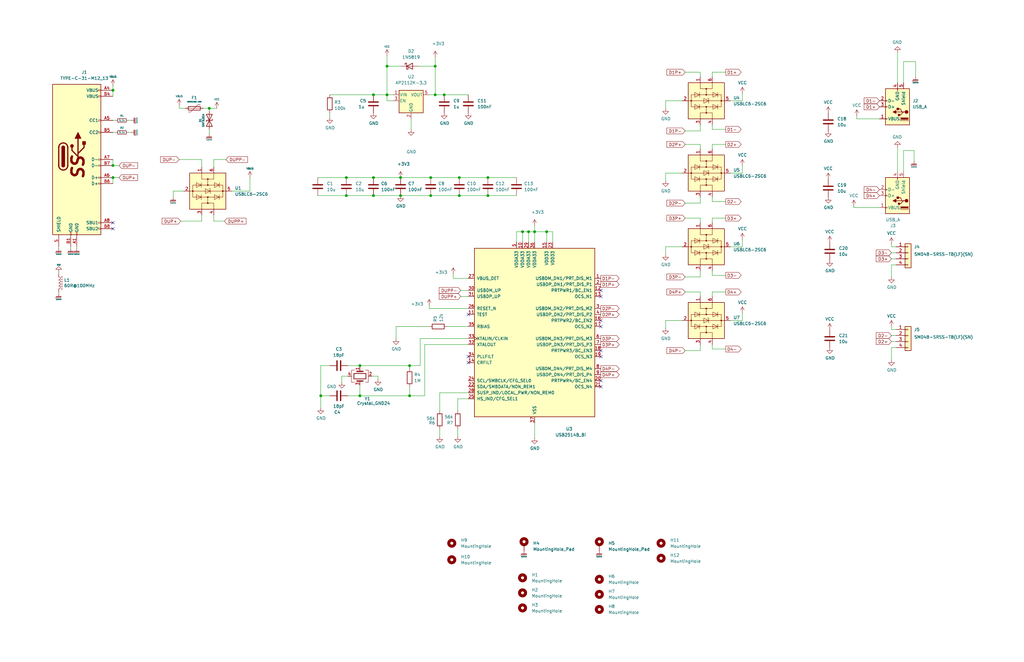
<source format=kicad_sch>
(kicad_sch (version 20210126) (generator eeschema)
  (paper "B")
  (lib_symbols
    (symbol "AcheronLib:TYPE-C-31-M12_13" (pin_names (offset 1.016))
      (property "Reference" "J" (at -1.27 35.56 0))
      (property "Value" "TYPE-C-31-M12_13" (at 10.16 33.02 0))
      (symbol "TYPE-C-31-M12_13_0_0"
        (text "SS" (at 0.508 -3.175 900) (effects (font (size 5.08 5.08) bold italic)))
      )
      (symbol "TYPE-C-31-M12_13_1_1"
        (pin power_out line (at 0 -36.83 90) (length 5.08) (name "GND") (number "A1"))
        (pin power_out line (at 15.24 29.21 180) (length 5.08) (name "VBUS") (number "A4"))
        (pin bidirectional line (at 15.24 16.51 180) (length 5.08) (name "CC1") (number "A5"))
        (pin bidirectional line (at 15.24 -7.62 180) (length 5.08) (name "D+") (number "A6"))
        (pin bidirectional line (at 15.24 0 180) (length 5.08) (name "D-") (number "A7"))
        (pin bidirectional line (at 15.24 -26.67 180) (length 5.08) (name "SBU1") (number "A8"))
        (pin power_out line (at -2.54 -36.83 90) (length 5.08) (name "GND") (number "B1"))
        (pin power_out line (at 15.24 26.67 180) (length 5.08) (name "VBUS") (number "B4"))
        (pin bidirectional line (at 15.24 11.43 180) (length 5.08) (name "CC2") (number "B5"))
        (pin bidirectional line (at 15.24 -10.16 180) (length 5.08) (name "D+") (number "B6"))
        (pin bidirectional line (at 15.24 -2.54 180) (length 5.08) (name "D-") (number "B7"))
        (pin bidirectional line (at 15.24 -29.21 180) (length 5.08) (name "SBU2") (number "B8"))
        (pin passive line (at -7.62 -36.83 90) (length 5.08) (name "SHIELD") (number "S"))
      )
    )
    (symbol "Connector:USB_A" (pin_names (offset 1.016))
      (property "Reference" "J" (at -5.08 11.43 0))
      (property "Value" "USB_A" (at -5.08 8.89 0))
      (symbol "USB_A_1_1"
        (pin power_in line (at 7.62 5.08 180) (length 2.54) (name "VBUS") (number "1"))
        (pin passive line (at 7.62 -2.54 180) (length 2.54) (name "D-") (number "2"))
        (pin passive line (at 7.62 0 180) (length 2.54) (name "D+") (number "3"))
        (pin power_in line (at 0 -10.16 90) (length 2.54) (name "GND") (number "4"))
        (pin passive line (at -2.54 -10.16 90) (length 2.54) (name "Shield") (number "5"))
      )
    )
    (symbol "Connector_Generic:Conn_01x04" (pin_names (offset 1.016) hide)
      (property "Reference" "J" (at 0 5.08 0))
      (property "Value" "Conn_01x04" (at 0 -7.62 0))
      (symbol "Conn_01x04_1_1"
        (pin passive line (at -5.08 2.54 0) (length 3.81) (name "Pin_1") (number "1"))
        (pin passive line (at -5.08 0 0) (length 3.81) (name "Pin_2") (number "2"))
        (pin passive line (at -5.08 -2.54 0) (length 3.81) (name "Pin_3") (number "3"))
        (pin passive line (at -5.08 -5.08 0) (length 3.81) (name "Pin_4") (number "4"))
      )
    )
    (symbol "Device:C" (pin_numbers hide) (pin_names (offset 0.254))
      (property "Reference" "C" (at 0.635 2.54 0))
      (property "Value" "C" (at 0.635 -2.54 0))
      (symbol "C_1_1"
        (pin passive line (at 0 3.81 270) (length 2.794) (name "~") (number "1"))
        (pin passive line (at 0 -3.81 90) (length 2.794) (name "~") (number "2"))
      )
    )
    (symbol "Device:Crystal_GND24" (pin_names (offset 1.016) hide)
      (property "Reference" "Y" (at 3.175 5.08 0))
      (property "Value" "Crystal_GND24" (at 3.175 3.175 0))
      (symbol "Crystal_GND24_1_1"
        (pin passive line (at -3.81 0 0) (length 1.27) (name "1") (number "1"))
        (pin passive line (at 0 5.08 270) (length 1.27) (name "2") (number "2"))
        (pin passive line (at 3.81 0 180) (length 1.27) (name "3") (number "3"))
        (pin passive line (at 0 -5.08 90) (length 1.27) (name "4") (number "4"))
      )
    )
    (symbol "Device:D_TVS" (pin_numbers hide) (pin_names (offset 1.016) hide)
      (property "Reference" "D" (at 0 2.54 0))
      (property "Value" "D_TVS" (at 0 -2.54 0))
      (symbol "D_TVS_1_1"
        (pin passive line (at -3.81 0 0) (length 2.54) (name "A1") (number "1"))
        (pin passive line (at 3.81 0 180) (length 2.54) (name "A2") (number "2"))
      )
    )
    (symbol "Device:Polyfuse" (pin_numbers hide) (pin_names (offset 0))
      (property "Reference" "F" (at -2.54 0 90))
      (property "Value" "Polyfuse" (at 2.54 0 90))
      (symbol "Polyfuse_1_1"
        (pin passive line (at 0 3.81 270) (length 1.27) (name "~") (number "1"))
        (pin passive line (at 0 -3.81 90) (length 1.27) (name "~") (number "2"))
      )
    )
    (symbol "Device:R" (pin_numbers hide) (pin_names (offset 0))
      (property "Reference" "R" (at 2.032 0 90))
      (property "Value" "R" (at 0 0 90))
      (symbol "R_1_1"
        (pin passive line (at 0 3.81 270) (length 1.27) (name "~") (number "1"))
        (pin passive line (at 0 -3.81 90) (length 1.27) (name "~") (number "2"))
      )
    )
    (symbol "Device:R_Small" (pin_numbers hide) (pin_names (offset 0.254) hide)
      (property "Reference" "R" (at 0.762 0.508 0))
      (property "Value" "R_Small" (at 0.762 -1.016 0))
      (symbol "R_Small_1_1"
        (pin passive line (at 0 2.54 270) (length 0.762) (name "~") (number "1"))
        (pin passive line (at 0 -2.54 90) (length 0.762) (name "~") (number "2"))
      )
    )
    (symbol "Diode:1N5819" (pin_numbers hide) (pin_names (offset 1.016) hide)
      (property "Reference" "D" (at 0 2.54 0))
      (property "Value" "1N5819" (at 0 -2.54 0))
      (symbol "1N5819_1_1"
        (pin passive line (at -3.81 0 0) (length 2.54) (name "K") (number "1"))
        (pin passive line (at 3.81 0 180) (length 2.54) (name "A") (number "2"))
      )
    )
    (symbol "Interface_USB:USB2514B_Bi" (pin_names (offset 1.016))
      (property "Reference" "U" (at -17.78 40.64 0))
      (property "Value" "USB2514B_Bi" (at -20.32 38.1 0))
      (symbol "USB2514B_Bi_1_1"
        (pin bidirectional line (at 27.94 22.86 180) (length 2.54) (name "USBDM_DN1/PRT_DIS_M1") (number "1"))
        (pin power_in line (at -5.08 38.1 270) (length 2.54) (name "VDDA33") (number "10"))
        (pin input line (at -27.94 7.62 0) (length 2.54) (name "TEST") (number "11"))
        (pin bidirectional line (at 27.94 17.78 180) (length 2.54) (name "PRTPWR1/BC_EN1") (number "12"))
        (pin input line (at 27.94 15.24 180) (length 2.54) (name "OCS_N1") (number "13"))
        (pin input line (at -27.94 -12.7 0) (length 2.54) (name "CRFILT") (number "14"))
        (pin power_in line (at 5.08 38.1 270) (length 2.54) (name "VDD33") (number "15"))
        (pin bidirectional line (at 27.94 5.08 180) (length 2.54) (name "PRTPWR2/BC_EN2") (number "16"))
        (pin input line (at 27.94 2.54 180) (length 2.54) (name "OCS_N2") (number "17"))
        (pin bidirectional line (at 27.94 -7.62 180) (length 2.54) (name "PRTPWR3/BC_EN3") (number "18"))
        (pin input line (at 27.94 -10.16 180) (length 2.54) (name "OCS_N3") (number "19"))
        (pin bidirectional line (at 27.94 20.32 180) (length 2.54) (name "USBDP_DN1/PRT_DIS_P1") (number "2"))
        (pin bidirectional line (at 27.94 -20.32 180) (length 2.54) (name "PRTPWR4/BC_EN4") (number "20"))
        (pin input line (at 27.94 -22.86 180) (length 2.54) (name "OCS_N4") (number "21"))
        (pin bidirectional line (at -27.94 -22.86 0) (length 2.54) (name "SDA/SMBDATA/NON_REM1") (number "22"))
        (pin power_in line (at 7.62 38.1 270) (length 2.54) (name "VDD33") (number "23"))
        (pin bidirectional line (at -27.94 -20.32 0) (length 2.54) (name "SCL/SMBCLK/CFG_SEL0") (number "24"))
        (pin bidirectional line (at -27.94 -27.94 0) (length 2.54) (name "HS_IND/CFG_SEL1") (number "25"))
        (pin input line (at -27.94 10.16 0) (length 2.54) (name "RESET_N") (number "26"))
        (pin input line (at -27.94 22.86 0) (length 2.54) (name "VBUS_DET") (number "27"))
        (pin bidirectional line (at -27.94 -25.4 0) (length 2.54) (name "SUSP_IND/LOCAL_PWR/NON_REM0") (number "28"))
        (pin power_in line (at -2.54 38.1 270) (length 2.54) (name "VDDA33") (number "29"))
        (pin bidirectional line (at 27.94 10.16 180) (length 2.54) (name "USBDM_DN2/PRT_DIS_M2") (number "3"))
        (pin bidirectional line (at -27.94 17.78 0) (length 2.54) (name "USBDM_UP") (number "30"))
        (pin bidirectional line (at -27.94 15.24 0) (length 2.54) (name "USBDP_UP") (number "31"))
        (pin output line (at -27.94 -5.08 0) (length 2.54) (name "XTALOUT") (number "32"))
        (pin input clock (at -27.94 -2.54 0) (length 2.54) (name "XTALIN/CLKIN") (number "33"))
        (pin input line (at -27.94 -10.16 0) (length 2.54) (name "PLLFILT") (number "34"))
        (pin input line (at -27.94 2.54 0) (length 2.54) (name "RBIAS") (number "35"))
        (pin power_in line (at 0 38.1 270) (length 2.54) (name "VDDA33") (number "36"))
        (pin power_in line (at 0 -38.1 90) (length 2.54) (name "VSS") (number "37"))
        (pin bidirectional line (at 27.94 7.62 180) (length 2.54) (name "USBDP_DN2/PRT_DIS_P2") (number "4"))
        (pin power_in line (at -7.62 38.1 270) (length 2.54) (name "VDDA33") (number "5"))
        (pin bidirectional line (at 27.94 -2.54 180) (length 2.54) (name "USBDM_DN3/PRT_DIS_M3") (number "6"))
        (pin bidirectional line (at 27.94 -5.08 180) (length 2.54) (name "USBDP_DN3/PRT_DIS_P3") (number "7"))
        (pin bidirectional line (at 27.94 -15.24 180) (length 2.54) (name "USBDM_DN4/PRT_DIS_M4") (number "8"))
        (pin bidirectional line (at 27.94 -17.78 180) (length 2.54) (name "USBDP_DN4/PRT_DIS_P4") (number "9"))
      )
    )
    (symbol "Mechanical:MountingHole" (pin_names (offset 1.016))
      (property "Reference" "H" (at 0 5.08 0))
      (property "Value" "MountingHole" (at 0 3.175 0))
    )
    (symbol "Mechanical:MountingHole_Pad" (pin_numbers hide) (pin_names (offset 1.016) hide)
      (property "Reference" "H" (at 0 6.35 0))
      (property "Value" "MountingHole_Pad" (at 0 4.445 0))
      (symbol "MountingHole_Pad_1_1"
        (pin input line (at 0 -2.54 90) (length 2.54) (name "1") (number "1"))
      )
    )
    (symbol "Power_Protection:USBLC6-2SC6" (pin_names hide)
      (property "Reference" "U" (at 2.54 8.89 0))
      (property "Value" "USBLC6-2SC6" (at 2.54 -8.89 0))
      (symbol "USBLC6-2SC6_1_1"
        (pin passive line (at -10.16 -2.54 0) (length 2.54) (name "I/O1") (number "1"))
        (pin passive line (at 0 -10.16 90) (length 2.54) (name "GND") (number "2"))
        (pin passive line (at 10.16 -2.54 180) (length 2.54) (name "I/O2") (number "3"))
        (pin passive line (at 10.16 2.54 180) (length 2.54) (name "I/O2") (number "4"))
        (pin passive line (at 0 10.16 270) (length 2.54) (name "VBUS") (number "5"))
        (pin passive line (at -10.16 2.54 0) (length 2.54) (name "I/O1") (number "6"))
      )
    )
    (symbol "Regulator_Linear:AP2112K-3.3" (pin_names (offset 0.254))
      (property "Reference" "U" (at -5.08 5.715 0))
      (property "Value" "AP2112K-3.3" (at 0 5.715 0))
      (symbol "AP2112K-3.3_1_1"
        (pin power_in line (at -7.62 2.54 0) (length 2.54) (name "VIN") (number "1"))
        (pin power_in line (at 0 -7.62 90) (length 2.54) (name "GND") (number "2"))
        (pin input line (at -7.62 0 0) (length 2.54) (name "EN") (number "3"))
        (pin no_connect line (at 5.08 0 180) (length 2.54) hide (name "NC") (number "4"))
        (pin power_out line (at 7.62 2.54 180) (length 2.54) (name "VOUT") (number "5"))
      )
    )
    (symbol "Unified-Daughterboard-rescue:L_Core_Ferrite-Device" (pin_numbers hide) (pin_names (offset 1.016) hide)
      (property "Reference" "L" (at -1.27 0 90))
      (property "Value" "L_Core_Ferrite-Device" (at 2.794 0 90))
      (symbol "L_Core_Ferrite-Device_1_1"
        (pin passive line (at 0 3.81 270) (length 1.27) (name "1") (number "1"))
        (pin passive line (at 0 -3.81 90) (length 1.27) (name "2") (number "2"))
      )
    )
    (symbol "power:+3.3V" (power) (pin_names (offset 0))
      (property "Value" "+3.3V" (at 0 3.556 0))
      (symbol "+3.3V_1_1"
        (pin power_in line (at 0 0 90) (length 0) hide (name "+3V3") (number "1"))
      )
    )
    (symbol "power:GND" (power) (pin_names (offset 0))
      (property "Value" "GND" (at 0 -3.81 0))
      (symbol "GND_1_1"
        (pin power_in line (at 0 0 270) (length 0) hide (name "GND") (number "1"))
      )
    )
    (symbol "power:GNDPWR" (power) (pin_names (offset 0))
      (property "Value" "GNDPWR" (at 0 -3.302 0))
      (symbol "GNDPWR_1_1"
        (pin power_in line (at 0 0 270) (length 0) hide (name "GNDPWR") (number "1"))
      )
    )
    (symbol "power:VBUS" (power) (pin_names (offset 0))
      (property "Value" "VBUS" (at 0 3.81 0))
      (symbol "VBUS_1_1"
        (pin power_in line (at 0 0 90) (length 0) hide (name "VBUS") (number "1"))
      )
    )
    (symbol "power:VCC" (power) (pin_names (offset 0))
      (property "Value" "VCC" (at 0 3.81 0))
      (symbol "VCC_1_1"
        (pin power_in line (at 0 0 90) (length 0) hide (name "VCC") (number "1"))
      )
    )
  )
  (junction (at 47.625 38.1) (diameter 1.016))
  (junction (at 47.625 69.85) (diameter 1.016))
  (junction (at 47.625 74.93) (diameter 1.016))
  (junction (at 88.265 45.72) (diameter 1.016))
  (junction (at 135.255 167.005) (diameter 1.016))
  (junction (at 146.05 74.93) (diameter 1.016))
  (junction (at 146.05 82.55) (diameter 1.016))
  (junction (at 151.765 154.305) (diameter 1.016))
  (junction (at 151.765 167.005) (diameter 1.016))
  (junction (at 157.48 40.005) (diameter 1.016))
  (junction (at 157.48 74.93) (diameter 1.016))
  (junction (at 157.48 82.55) (diameter 1.016))
  (junction (at 163.195 27.94) (diameter 1.016))
  (junction (at 163.195 40.005) (diameter 1.016))
  (junction (at 168.91 74.93) (diameter 1.016))
  (junction (at 168.91 82.55) (diameter 1.016))
  (junction (at 172.72 154.305) (diameter 1.016))
  (junction (at 172.72 167.005) (diameter 1.016))
  (junction (at 181.61 74.93) (diameter 1.016))
  (junction (at 181.61 82.55) (diameter 1.016))
  (junction (at 183.515 27.94) (diameter 1.016))
  (junction (at 183.515 40.005) (diameter 1.016))
  (junction (at 187.325 40.005) (diameter 1.016))
  (junction (at 193.675 74.93) (diameter 1.016))
  (junction (at 193.675 82.55) (diameter 1.016))
  (junction (at 205.74 74.93) (diameter 1.016))
  (junction (at 205.74 82.55) (diameter 1.016))
  (junction (at 220.345 97.79) (diameter 1.016))
  (junction (at 222.885 97.79) (diameter 1.016))
  (junction (at 225.425 97.79) (diameter 1.016))
  (junction (at 230.505 97.79) (diameter 1.016))
  (no_connect (at 47.625 93.98))
  (no_connect (at 47.625 96.52))
  (no_connect (at 197.485 132.715))
  (no_connect (at 197.485 150.495))
  (no_connect (at 197.485 153.035))
  (no_connect (at 253.365 122.555))
  (no_connect (at 253.365 125.095))
  (no_connect (at 253.365 135.255))
  (no_connect (at 253.365 137.795))
  (no_connect (at 253.365 147.955))
  (no_connect (at 253.365 150.495))
  (no_connect (at 253.365 160.655))
  (no_connect (at 253.365 163.195))
  (wire (pts (xy 24.765 104.14) (xy 24.765 104.775)))
  (wire (pts (xy 24.765 114.935) (xy 24.765 115.57)))
  (wire (pts (xy 24.765 123.19) (xy 24.765 123.825)))
  (wire (pts (xy 29.845 104.14) (xy 29.845 104.775)))
  (wire (pts (xy 32.385 104.14) (xy 32.385 104.775)))
  (wire (pts (xy 47.625 36.195) (xy 47.625 38.1)))
  (wire (pts (xy 47.625 38.1) (xy 47.625 40.64)))
  (wire (pts (xy 47.625 50.8) (xy 48.895 50.8)))
  (wire (pts (xy 47.625 55.88) (xy 48.895 55.88)))
  (wire (pts (xy 47.625 67.31) (xy 47.625 69.85)))
  (wire (pts (xy 47.625 69.85) (xy 50.165 69.85)))
  (wire (pts (xy 47.625 74.93) (xy 50.165 74.93)))
  (wire (pts (xy 47.625 77.47) (xy 47.625 74.93)))
  (wire (pts (xy 53.975 50.8) (xy 55.245 50.8)))
  (wire (pts (xy 53.975 55.88) (xy 55.245 55.88)))
  (wire (pts (xy 73.025 80.645) (xy 73.025 83.185)))
  (wire (pts (xy 75.565 44.45) (xy 75.565 45.72)))
  (wire (pts (xy 75.565 45.72) (xy 78.105 45.72)))
  (wire (pts (xy 75.565 67.31) (xy 85.09 67.31)))
  (wire (pts (xy 76.2 93.345) (xy 85.09 93.345)))
  (wire (pts (xy 77.47 80.645) (xy 73.025 80.645)))
  (wire (pts (xy 85.09 70.485) (xy 85.09 67.31)))
  (wire (pts (xy 85.09 90.805) (xy 85.09 93.345)))
  (wire (pts (xy 85.725 45.72) (xy 88.265 45.72)))
  (wire (pts (xy 88.265 45.72) (xy 88.265 46.99)))
  (wire (pts (xy 88.265 45.72) (xy 91.44 45.72)))
  (wire (pts (xy 88.265 54.61) (xy 88.265 56.515)))
  (wire (pts (xy 90.17 67.31) (xy 95.25 67.31)))
  (wire (pts (xy 90.17 70.485) (xy 90.17 67.31)))
  (wire (pts (xy 90.17 90.805) (xy 90.17 93.345)))
  (wire (pts (xy 90.17 93.345) (xy 94.615 93.345)))
  (wire (pts (xy 97.79 80.645) (xy 105.41 80.645)))
  (wire (pts (xy 105.41 80.645) (xy 105.41 74.93)))
  (wire (pts (xy 133.985 74.93) (xy 146.05 74.93)))
  (wire (pts (xy 133.985 82.55) (xy 146.05 82.55)))
  (wire (pts (xy 135.255 154.305) (xy 135.255 167.005)))
  (wire (pts (xy 135.255 167.005) (xy 135.255 172.085)))
  (wire (pts (xy 135.255 167.005) (xy 139.065 167.005)))
  (wire (pts (xy 139.065 40.005) (xy 157.48 40.005)))
  (wire (pts (xy 139.065 47.625) (xy 139.065 49.53)))
  (wire (pts (xy 139.065 154.305) (xy 135.255 154.305)))
  (wire (pts (xy 144.145 158.75) (xy 146.685 158.75)))
  (wire (pts (xy 144.145 161.29) (xy 144.145 158.75)))
  (wire (pts (xy 146.05 74.93) (xy 157.48 74.93)))
  (wire (pts (xy 146.05 82.55) (xy 157.48 82.55)))
  (wire (pts (xy 146.685 154.305) (xy 151.765 154.305)))
  (wire (pts (xy 146.685 167.005) (xy 151.765 167.005)))
  (wire (pts (xy 151.765 154.305) (xy 151.765 154.94)))
  (wire (pts (xy 151.765 154.305) (xy 172.72 154.305)))
  (wire (pts (xy 151.765 162.56) (xy 151.765 167.005)))
  (wire (pts (xy 151.765 167.005) (xy 172.72 167.005)))
  (wire (pts (xy 156.845 158.75) (xy 159.385 158.75)))
  (wire (pts (xy 157.48 40.005) (xy 163.195 40.005)))
  (wire (pts (xy 157.48 74.93) (xy 168.91 74.93)))
  (wire (pts (xy 157.48 82.55) (xy 168.91 82.55)))
  (wire (pts (xy 159.385 158.75) (xy 159.385 160.02)))
  (wire (pts (xy 163.195 23.495) (xy 163.195 27.94)))
  (wire (pts (xy 163.195 27.94) (xy 163.195 40.005)))
  (wire (pts (xy 163.195 27.94) (xy 168.91 27.94)))
  (wire (pts (xy 163.195 40.005) (xy 165.735 40.005)))
  (wire (pts (xy 163.195 42.545) (xy 163.195 40.005)))
  (wire (pts (xy 165.735 42.545) (xy 163.195 42.545)))
  (wire (pts (xy 167.005 137.795) (xy 167.005 142.875)))
  (wire (pts (xy 168.91 74.93) (xy 181.61 74.93)))
  (wire (pts (xy 168.91 82.55) (xy 181.61 82.55)))
  (wire (pts (xy 172.72 154.305) (xy 172.72 155.575)))
  (wire (pts (xy 172.72 163.195) (xy 172.72 167.005)))
  (wire (pts (xy 172.72 167.005) (xy 179.07 167.005)))
  (wire (pts (xy 173.355 50.165) (xy 173.355 54.61)))
  (wire (pts (xy 176.53 27.94) (xy 183.515 27.94)))
  (wire (pts (xy 177.165 142.875) (xy 177.165 154.305)))
  (wire (pts (xy 177.165 154.305) (xy 172.72 154.305)))
  (wire (pts (xy 179.07 145.415) (xy 179.07 167.005)))
  (wire (pts (xy 179.07 145.415) (xy 197.485 145.415)))
  (wire (pts (xy 180.975 40.005) (xy 183.515 40.005)))
  (wire (pts (xy 180.975 130.175) (xy 180.975 128.905)))
  (wire (pts (xy 180.975 130.175) (xy 197.485 130.175)))
  (wire (pts (xy 180.975 137.795) (xy 167.005 137.795)))
  (wire (pts (xy 181.61 74.93) (xy 193.675 74.93)))
  (wire (pts (xy 181.61 82.55) (xy 193.675 82.55)))
  (wire (pts (xy 183.515 24.13) (xy 183.515 27.94)))
  (wire (pts (xy 183.515 27.94) (xy 183.515 40.005)))
  (wire (pts (xy 183.515 40.005) (xy 187.325 40.005)))
  (wire (pts (xy 185.42 165.735) (xy 197.485 165.735)))
  (wire (pts (xy 185.42 173.355) (xy 185.42 165.735)))
  (wire (pts (xy 185.42 180.975) (xy 185.42 184.15)))
  (wire (pts (xy 187.325 40.005) (xy 197.485 40.005)))
  (wire (pts (xy 188.595 137.795) (xy 197.485 137.795)))
  (wire (pts (xy 191.135 117.475) (xy 191.135 115.57)))
  (wire (pts (xy 193.04 168.275) (xy 193.04 173.355)))
  (wire (pts (xy 193.04 180.975) (xy 193.04 184.15)))
  (wire (pts (xy 193.675 74.93) (xy 205.74 74.93)))
  (wire (pts (xy 193.675 82.55) (xy 205.74 82.55)))
  (wire (pts (xy 194.31 122.555) (xy 197.485 122.555)))
  (wire (pts (xy 194.31 125.095) (xy 197.485 125.095)))
  (wire (pts (xy 197.485 117.475) (xy 191.135 117.475)))
  (wire (pts (xy 197.485 142.875) (xy 177.165 142.875)))
  (wire (pts (xy 197.485 168.275) (xy 193.04 168.275)))
  (wire (pts (xy 205.74 74.93) (xy 217.805 74.93)))
  (wire (pts (xy 205.74 82.55) (xy 217.805 82.55)))
  (wire (pts (xy 217.805 97.79) (xy 220.345 97.79)))
  (wire (pts (xy 217.805 102.235) (xy 217.805 97.79)))
  (wire (pts (xy 220.345 97.79) (xy 220.345 102.235)))
  (wire (pts (xy 220.345 97.79) (xy 222.885 97.79)))
  (wire (pts (xy 222.885 97.79) (xy 222.885 102.235)))
  (wire (pts (xy 222.885 97.79) (xy 225.425 97.79)))
  (wire (pts (xy 225.425 95.25) (xy 225.425 97.79)))
  (wire (pts (xy 225.425 97.79) (xy 225.425 102.235)))
  (wire (pts (xy 225.425 97.79) (xy 230.505 97.79)))
  (wire (pts (xy 225.425 178.435) (xy 225.425 184.785)))
  (wire (pts (xy 230.505 97.79) (xy 230.505 102.235)))
  (wire (pts (xy 230.505 97.79) (xy 233.045 97.79)))
  (wire (pts (xy 233.045 97.79) (xy 233.045 102.235)))
  (wire (pts (xy 280.67 42.545) (xy 280.67 45.72)))
  (wire (pts (xy 280.67 73.025) (xy 280.67 76.2)))
  (wire (pts (xy 280.67 104.14) (xy 280.67 107.315)))
  (wire (pts (xy 280.67 135.255) (xy 280.67 138.43)))
  (wire (pts (xy 287.655 42.545) (xy 280.67 42.545)))
  (wire (pts (xy 287.655 73.025) (xy 280.67 73.025)))
  (wire (pts (xy 287.655 104.14) (xy 280.67 104.14)))
  (wire (pts (xy 287.655 135.255) (xy 280.67 135.255)))
  (wire (pts (xy 288.925 30.48) (xy 295.275 30.48)))
  (wire (pts (xy 288.925 55.245) (xy 295.275 55.245)))
  (wire (pts (xy 288.925 60.96) (xy 295.275 60.96)))
  (wire (pts (xy 288.925 85.725) (xy 295.275 85.725)))
  (wire (pts (xy 288.925 92.075) (xy 295.275 92.075)))
  (wire (pts (xy 288.925 116.84) (xy 295.275 116.84)))
  (wire (pts (xy 288.925 123.19) (xy 295.275 123.19)))
  (wire (pts (xy 288.925 147.955) (xy 295.275 147.955)))
  (wire (pts (xy 295.275 30.48) (xy 295.275 32.385)))
  (wire (pts (xy 295.275 55.245) (xy 295.275 52.705)))
  (wire (pts (xy 295.275 60.96) (xy 295.275 62.865)))
  (wire (pts (xy 295.275 85.725) (xy 295.275 83.185)))
  (wire (pts (xy 295.275 92.075) (xy 295.275 93.98)))
  (wire (pts (xy 295.275 116.84) (xy 295.275 114.3)))
  (wire (pts (xy 295.275 123.19) (xy 295.275 125.095)))
  (wire (pts (xy 295.275 147.955) (xy 295.275 145.415)))
  (wire (pts (xy 300.355 30.48) (xy 300.355 32.385)))
  (wire (pts (xy 300.355 52.705) (xy 300.355 54.61)))
  (wire (pts (xy 300.355 54.61) (xy 306.07 54.61)))
  (wire (pts (xy 300.355 60.96) (xy 300.355 62.865)))
  (wire (pts (xy 300.355 83.185) (xy 300.355 85.09)))
  (wire (pts (xy 300.355 85.09) (xy 306.07 85.09)))
  (wire (pts (xy 300.355 92.075) (xy 300.355 93.98)))
  (wire (pts (xy 300.355 114.3) (xy 300.355 116.205)))
  (wire (pts (xy 300.355 116.205) (xy 306.07 116.205)))
  (wire (pts (xy 300.355 123.19) (xy 300.355 125.095)))
  (wire (pts (xy 300.355 145.415) (xy 300.355 147.32)))
  (wire (pts (xy 300.355 147.32) (xy 306.07 147.32)))
  (wire (pts (xy 306.07 30.48) (xy 300.355 30.48)))
  (wire (pts (xy 306.07 60.96) (xy 300.355 60.96)))
  (wire (pts (xy 306.07 92.075) (xy 300.355 92.075)))
  (wire (pts (xy 306.07 123.19) (xy 300.355 123.19)))
  (wire (pts (xy 307.975 42.545) (xy 313.055 42.545)))
  (wire (pts (xy 307.975 73.025) (xy 313.055 73.025)))
  (wire (pts (xy 307.975 104.14) (xy 313.055 104.14)))
  (wire (pts (xy 307.975 135.255) (xy 313.055 135.255)))
  (wire (pts (xy 313.055 42.545) (xy 313.055 39.37)))
  (wire (pts (xy 313.055 73.025) (xy 313.055 69.85)))
  (wire (pts (xy 313.055 104.14) (xy 313.055 100.965)))
  (wire (pts (xy 313.055 135.255) (xy 313.055 132.08)))
  (wire (pts (xy 360.045 87.63) (xy 360.045 86.995)))
  (wire (pts (xy 361.315 50.165) (xy 361.315 48.895)))
  (wire (pts (xy 361.315 50.165) (xy 370.84 50.165)))
  (wire (pts (xy 370.84 87.63) (xy 360.045 87.63)))
  (wire (pts (xy 375.92 102.87) (xy 375.92 104.14)))
  (wire (pts (xy 375.92 104.14) (xy 377.825 104.14)))
  (wire (pts (xy 375.92 109.22) (xy 377.825 109.22)))
  (wire (pts (xy 375.92 111.76) (xy 375.92 116.84)))
  (wire (pts (xy 375.92 111.76) (xy 377.825 111.76)))
  (wire (pts (xy 375.92 137.795) (xy 375.92 139.065)))
  (wire (pts (xy 375.92 139.065) (xy 377.825 139.065)))
  (wire (pts (xy 375.92 144.145) (xy 377.825 144.145)))
  (wire (pts (xy 375.92 146.685) (xy 375.92 151.765)))
  (wire (pts (xy 375.92 146.685) (xy 377.825 146.685)))
  (wire (pts (xy 377.825 106.68) (xy 375.92 106.68)))
  (wire (pts (xy 377.825 141.605) (xy 375.92 141.605)))
  (wire (pts (xy 378.46 22.225) (xy 378.46 34.925)))
  (wire (pts (xy 378.46 62.23) (xy 378.46 72.39)))
  (wire (pts (xy 381 26.035) (xy 386.08 26.035)))
  (wire (pts (xy 381 34.925) (xy 381 26.035)))
  (wire (pts (xy 381 63.5) (xy 385.445 63.5)))
  (wire (pts (xy 381 72.39) (xy 381 63.5)))
  (wire (pts (xy 385.445 63.5) (xy 385.445 67.945)))
  (wire (pts (xy 386.08 26.035) (xy 386.08 32.385)))
  (global_label "DUP-" (shape input) (at 50.165 69.85 0) (property "Intersheet References" "${INTERSHEET_REFS}" (effects hide)))
  (global_label "DUP+" (shape input) (at 50.165 74.93 0) (property "Intersheet References" "${INTERSHEET_REFS}" (effects hide)))
  (global_label "DUP-" (shape input) (at 75.565 67.31 180) (property "Intersheet References" "${INTERSHEET_REFS}" (effects hide)))
  (global_label "DUP+" (shape input) (at 76.2 93.345 180) (property "Intersheet References" "${INTERSHEET_REFS}" (effects hide)))
  (global_label "DUPP+" (shape input) (at 94.615 93.345 0) (property "Intersheet References" "${INTERSHEET_REFS}" (effects hide)))
  (global_label "DUPP-" (shape input) (at 95.25 67.31 0) (property "Intersheet References" "${INTERSHEET_REFS}" (effects hide)))
  (global_label "DUPP-" (shape input) (at 194.31 122.555 180) (property "Intersheet References" "${INTERSHEET_REFS}" (effects hide)))
  (global_label "DUPP+" (shape input) (at 194.31 125.095 180) (property "Intersheet References" "${INTERSHEET_REFS}" (effects hide)))
  (global_label "D1P-" (shape output) (at 253.365 117.475 0) (property "Intersheet References" "${INTERSHEET_REFS}" (effects hide)))
  (global_label "D1P+" (shape output) (at 253.365 120.015 0) (property "Intersheet References" "${INTERSHEET_REFS}" (effects hide)))
  (global_label "D2P-" (shape output) (at 253.365 130.175 0) (property "Intersheet References" "${INTERSHEET_REFS}" (effects hide)))
  (global_label "D2P+" (shape output) (at 253.365 132.715 0) (property "Intersheet References" "${INTERSHEET_REFS}" (effects hide)))
  (global_label "D3P-" (shape output) (at 253.365 142.875 0) (property "Intersheet References" "${INTERSHEET_REFS}" (effects hide)))
  (global_label "D3P+" (shape output) (at 253.365 145.415 0) (property "Intersheet References" "${INTERSHEET_REFS}" (effects hide)))
  (global_label "D4P-" (shape output) (at 253.365 155.575 0) (property "Intersheet References" "${INTERSHEET_REFS}" (effects hide)))
  (global_label "D4P+" (shape output) (at 253.365 158.115 0) (property "Intersheet References" "${INTERSHEET_REFS}" (effects hide)))
  (global_label "D1P+" (shape input) (at 288.925 30.48 180) (property "Intersheet References" "${INTERSHEET_REFS}" (effects hide)))
  (global_label "D1P-" (shape input) (at 288.925 55.245 180) (property "Intersheet References" "${INTERSHEET_REFS}" (effects hide)))
  (global_label "D2P+" (shape input) (at 288.925 60.96 180) (property "Intersheet References" "${INTERSHEET_REFS}" (effects hide)))
  (global_label "D2P-" (shape input) (at 288.925 85.725 180) (property "Intersheet References" "${INTERSHEET_REFS}" (effects hide)))
  (global_label "D3P+" (shape input) (at 288.925 92.075 180) (property "Intersheet References" "${INTERSHEET_REFS}" (effects hide)))
  (global_label "D3P-" (shape input) (at 288.925 116.84 180) (property "Intersheet References" "${INTERSHEET_REFS}" (effects hide)))
  (global_label "D4P+" (shape input) (at 288.925 123.19 180) (property "Intersheet References" "${INTERSHEET_REFS}" (effects hide)))
  (global_label "D4P-" (shape input) (at 288.925 147.955 180) (property "Intersheet References" "${INTERSHEET_REFS}" (effects hide)))
  (global_label "D1+" (shape output) (at 306.07 30.48 0) (property "Intersheet References" "${INTERSHEET_REFS}" (effects hide)))
  (global_label "D1-" (shape output) (at 306.07 54.61 0) (property "Intersheet References" "${INTERSHEET_REFS}" (effects hide)))
  (global_label "D2+" (shape output) (at 306.07 60.96 0) (property "Intersheet References" "${INTERSHEET_REFS}" (effects hide)))
  (global_label "D2-" (shape output) (at 306.07 85.09 0) (property "Intersheet References" "${INTERSHEET_REFS}" (effects hide)))
  (global_label "D3+" (shape output) (at 306.07 92.075 0) (property "Intersheet References" "${INTERSHEET_REFS}" (effects hide)))
  (global_label "D3-" (shape output) (at 306.07 116.205 0) (property "Intersheet References" "${INTERSHEET_REFS}" (effects hide)))
  (global_label "D4+" (shape output) (at 306.07 123.19 0) (property "Intersheet References" "${INTERSHEET_REFS}" (effects hide)))
  (global_label "D4-" (shape output) (at 306.07 147.32 0) (property "Intersheet References" "${INTERSHEET_REFS}" (effects hide)))
  (global_label "D1-" (shape input) (at 370.84 42.545 180) (property "Intersheet References" "${INTERSHEET_REFS}" (effects hide)))
  (global_label "D1+" (shape input) (at 370.84 45.085 180) (property "Intersheet References" "${INTERSHEET_REFS}" (effects hide)))
  (global_label "D4-" (shape input) (at 370.84 80.01 180) (property "Intersheet References" "${INTERSHEET_REFS}" (effects hide)))
  (global_label "D4+" (shape input) (at 370.84 82.55 180) (property "Intersheet References" "${INTERSHEET_REFS}" (effects hide)))
  (global_label "D3-" (shape input) (at 375.92 106.68 180) (property "Intersheet References" "${INTERSHEET_REFS}" (effects hide)))
  (global_label "D3+" (shape input) (at 375.92 109.22 180) (property "Intersheet References" "${INTERSHEET_REFS}" (effects hide)))
  (global_label "D2-" (shape input) (at 375.92 141.605 180) (property "Intersheet References" "${INTERSHEET_REFS}" (effects hide)))
  (global_label "D2+" (shape input) (at 375.92 144.145 180) (property "Intersheet References" "${INTERSHEET_REFS}" (effects hide)))
  (symbol (lib_id "power:VBUS") (at 47.625 36.195 0) (unit 1)
    (property "Reference" "#PWR0150" (effects hide))
    (property "Value" "VBUS" (at 47.625 32.385 0) (effects (font (size 0.762 0.762))))
  )
  (symbol (lib_id "power:VBUS") (at 75.565 44.45 0) (unit 1)
    (property "Reference" "#PWR0147" (effects hide))
    (property "Value" "VBUS" (at 75.565 40.64 0) (effects (font (size 0.762 0.762))))
  )
  (symbol (lib_id "power:VCC") (at 91.44 45.72 0) (unit 1)
    (property "Reference" "#PWR0148" (effects hide))
    (property "Value" "VCC" (at 91.44 41.91 0) (effects (font (size 0.762 0.762))))
  )
  (symbol (lib_id "power:VBUS") (at 105.41 74.93 0) (unit 1)
    (property "Reference" "#PWR0168" (effects hide))
    (property "Value" "VBUS" (at 105.41 71.12 0) (effects (font (size 0.762 0.762))))
  )
  (symbol (lib_id "power:VCC") (at 163.195 23.495 0) (unit 1)
    (property "Reference" "#PWR0157" (effects hide))
    (property "Value" "VCC" (at 163.195 19.685 0) (effects (font (size 0.762 0.762))))
  )
  (symbol (lib_id "power:+3.3V") (at 168.91 74.93 0) (unit 1)
    (property "Reference" "#PWR0142" (effects hide))
    (property "Value" "+3.3V" (at 170.18 69.215 0))
  )
  (symbol (lib_id "power:+3.3V") (at 180.975 128.905 0) (unit 1)
    (property "Reference" "#PWR0139" (effects hide))
    (property "Value" "+3.3V" (at 175.895 128.27 0))
  )
  (symbol (lib_id "power:+3.3V") (at 183.515 24.13 0) (unit 1)
    (property "Reference" "#PWR0124" (effects hide))
    (property "Value" "+3.3V" (at 184.785 18.415 0))
  )
  (symbol (lib_id "power:+3.3V") (at 191.135 115.57 0) (unit 1)
    (property "Reference" "#PWR0140" (effects hide))
    (property "Value" "+3.3V" (at 186.055 114.935 0))
  )
  (symbol (lib_id "power:+3.3V") (at 225.425 95.25 0) (unit 1)
    (property "Reference" "#PWR0107" (effects hide))
    (property "Value" "+3.3V" (at 226.695 89.535 0))
  )
  (symbol (lib_id "power:VCC") (at 313.055 39.37 0) (unit 1)
    (property "Reference" "#PWR0166" (effects hide))
    (property "Value" "VCC" (at 313.055 34.925 0))
  )
  (symbol (lib_id "power:VCC") (at 313.055 69.85 0) (unit 1)
    (property "Reference" "#PWR0164" (effects hide))
    (property "Value" "VCC" (at 313.055 65.405 0))
  )
  (symbol (lib_id "power:VCC") (at 313.055 100.965 0) (unit 1)
    (property "Reference" "#PWR0167" (effects hide))
    (property "Value" "VCC" (at 313.055 96.52 0))
  )
  (symbol (lib_id "power:VCC") (at 313.055 132.08 0) (unit 1)
    (property "Reference" "#PWR0163" (effects hide))
    (property "Value" "VCC" (at 313.055 127.635 0))
  )
  (symbol (lib_id "power:VCC") (at 349.25 47.625 0) (unit 1)
    (property "Reference" "#PWR0113" (effects hide))
    (property "Value" "VCC" (at 349.25 43.18 0))
  )
  (symbol (lib_id "power:VCC") (at 349.25 75.565 0) (unit 1)
    (property "Reference" "#PWR0120" (effects hide))
    (property "Value" "VCC" (at 349.25 71.12 0))
  )
  (symbol (lib_id "power:VCC") (at 349.885 102.235 0) (unit 1)
    (property "Reference" "#PWR0135" (effects hide))
    (property "Value" "VCC" (at 349.885 97.79 0))
  )
  (symbol (lib_id "power:VCC") (at 349.885 139.065 0) (unit 1)
    (property "Reference" "#PWR0131" (effects hide))
    (property "Value" "VCC" (at 349.885 134.62 0))
  )
  (symbol (lib_id "power:VCC") (at 360.045 86.995 0) (unit 1)
    (property "Reference" "#PWR0118" (effects hide))
    (property "Value" "VCC" (at 360.045 82.55 0))
  )
  (symbol (lib_id "power:VCC") (at 361.315 48.895 0) (unit 1)
    (property "Reference" "#PWR0112" (effects hide))
    (property "Value" "VCC" (at 361.315 44.45 0))
  )
  (symbol (lib_id "power:VCC") (at 375.92 102.87 0) (unit 1)
    (property "Reference" "#PWR0128" (effects hide))
    (property "Value" "VCC" (at 375.92 98.425 0))
  )
  (symbol (lib_id "power:VCC") (at 375.92 137.795 0) (unit 1)
    (property "Reference" "#PWR0127" (effects hide))
    (property "Value" "VCC" (at 375.92 133.35 0))
  )
  (symbol (lib_id "power:GNDPWR") (at 24.765 104.775 0) (unit 1)
    (property "Reference" "#PWR0155" (effects hide))
    (property "Value" "GNDPWR" (at 24.765 107.315 0) (effects (font (size 0.381 0.381))))
  )
  (symbol (lib_id "power:GNDPWR") (at 24.765 123.825 0) (unit 1)
    (property "Reference" "#PWR0153" (effects hide))
    (property "Value" "GNDPWR" (at 24.765 126.365 0) (effects (font (size 0.381 0.381))))
  )
  (symbol (lib_id "power:GNDPWR") (at 29.845 104.775 0) (unit 1)
    (property "Reference" "#PWR0151" (effects hide))
    (property "Value" "GNDPWR" (at 29.845 107.315 0) (effects (font (size 0.381 0.381))))
  )
  (symbol (lib_id "power:GNDPWR") (at 32.385 104.775 0) (unit 1)
    (property "Reference" "#PWR0152" (effects hide))
    (property "Value" "GNDPWR" (at 32.385 107.315 0) (effects (font (size 0.381 0.381))))
  )
  (symbol (lib_id "power:GNDPWR") (at 55.245 50.8 90) (unit 1)
    (property "Reference" "#PWR0143" (effects hide))
    (property "Value" "GNDPWR" (at 57.785 50.8 0) (effects (font (size 0.381 0.381))))
  )
  (symbol (lib_id "power:GNDPWR") (at 55.245 55.88 90) (unit 1)
    (property "Reference" "#PWR0144" (effects hide))
    (property "Value" "GNDPWR" (at 57.785 55.88 0) (effects (font (size 0.381 0.381))))
  )
  (symbol (lib_id "power:GNDPWR") (at 73.025 83.185 0) (unit 1)
    (property "Reference" "#PWR0145" (effects hide))
    (property "Value" "GNDPWR" (at 73.025 85.725 0) (effects (font (size 0.381 0.381))))
  )
  (symbol (lib_id "power:GNDPWR") (at 88.265 56.515 0) (unit 1)
    (property "Reference" "#PWR0149" (effects hide))
    (property "Value" "GNDPWR" (at 88.265 59.055 0) (effects (font (size 0.381 0.381))))
  )
  (symbol (lib_id "power:GNDPWR") (at 220.98 232.41 0) (unit 1)
    (property "Reference" "#PWR0102" (effects hide))
    (property "Value" "GNDPWR" (at 220.98 234.95 0) (effects (font (size 0.381 0.381))))
  )
  (symbol (lib_id "power:GNDPWR") (at 252.73 232.41 0) (unit 1)
    (property "Reference" "#PWR0103" (effects hide))
    (property "Value" "GNDPWR" (at 252.73 234.95 0) (effects (font (size 0.381 0.381))))
  )
  (symbol (lib_id "power:GNDPWR") (at 385.445 67.945 0) (unit 1)
    (property "Reference" "#PWR0108" (effects hide))
    (property "Value" "GNDPWR" (at 385.445 70.485 0) (effects (font (size 0.381 0.381))))
  )
  (symbol (lib_id "power:GNDPWR") (at 386.08 32.385 0) (unit 1)
    (property "Reference" "#PWR0111" (effects hide))
    (property "Value" "GNDPWR" (at 386.08 34.925 0) (effects (font (size 0.381 0.381))))
  )
  (symbol (lib_id "power:GND") (at 24.765 114.935 180) (unit 1)
    (property "Reference" "#PWR0154" (effects hide))
    (property "Value" "GND" (at 24.765 111.76 0) (effects (font (size 0.508 0.508))))
  )
  (symbol (lib_id "power:GND") (at 135.255 172.085 0) (unit 1)
    (property "Reference" "#PWR0101" (effects hide))
    (property "Value" "GND" (at 135.382 176.4792 0))
  )
  (symbol (lib_id "power:GND") (at 139.065 49.53 0) (unit 1)
    (property "Reference" "#PWR0160" (effects hide))
    (property "Value" "GND" (at 139.192 53.9242 0))
  )
  (symbol (lib_id "power:GND") (at 144.145 161.29 0) (unit 1)
    (property "Reference" "#PWR0161" (effects hide))
    (property "Value" "GND" (at 139.827 163.1442 0))
  )
  (symbol (lib_id "power:GND") (at 157.48 47.625 0) (unit 1)
    (property "Reference" "#PWR0158" (effects hide))
    (property "Value" "GND" (at 157.607 52.0192 0))
  )
  (symbol (lib_id "power:GND") (at 159.385 160.02 0) (unit 1)
    (property "Reference" "#PWR0162" (effects hide))
    (property "Value" "GND" (at 159.512 164.4142 0))
  )
  (symbol (lib_id "power:GND") (at 167.005 142.875 0) (unit 1)
    (property "Reference" "#PWR0141" (effects hide))
    (property "Value" "GND" (at 167.132 147.2692 0))
  )
  (symbol (lib_id "power:GND") (at 168.91 82.55 0) (unit 1)
    (property "Reference" "#PWR0138" (effects hide))
    (property "Value" "GND" (at 169.037 86.9442 0))
  )
  (symbol (lib_id "power:GND") (at 173.355 54.61 0) (unit 1)
    (property "Reference" "#PWR0159" (effects hide))
    (property "Value" "GND" (at 173.482 64.0842 0))
  )
  (symbol (lib_id "power:GND") (at 185.42 184.15 0) (unit 1)
    (property "Reference" "#PWR0104" (effects hide))
    (property "Value" "GND" (at 185.547 188.5442 0))
  )
  (symbol (lib_id "power:GND") (at 187.325 47.625 0) (unit 1)
    (property "Reference" "#PWR0156" (effects hide))
    (property "Value" "GND" (at 187.452 52.0192 0))
  )
  (symbol (lib_id "power:GND") (at 193.04 184.15 0) (unit 1)
    (property "Reference" "#PWR0105" (effects hide))
    (property "Value" "GND" (at 193.167 188.5442 0))
  )
  (symbol (lib_id "power:GND") (at 197.485 47.625 0) (unit 1)
    (property "Reference" "#PWR0125" (effects hide))
    (property "Value" "GND" (at 197.612 52.0192 0))
  )
  (symbol (lib_id "power:GND") (at 225.425 184.785 0) (unit 1)
    (property "Reference" "#PWR0106" (effects hide))
    (property "Value" "GND" (at 225.552 189.1792 0))
  )
  (symbol (lib_id "power:GND") (at 280.67 45.72 0) (unit 1)
    (property "Reference" "#PWR0165" (effects hide))
    (property "Value" "GND" (at 280.797 50.1142 0))
  )
  (symbol (lib_id "power:GND") (at 280.67 76.2 0) (unit 1)
    (property "Reference" "#PWR0122" (effects hide))
    (property "Value" "GND" (at 280.797 80.5942 0))
  )
  (symbol (lib_id "power:GND") (at 280.67 107.315 0) (unit 1)
    (property "Reference" "#PWR0116" (effects hide))
    (property "Value" "GND" (at 280.797 111.7092 0))
  )
  (symbol (lib_id "power:GND") (at 280.67 138.43 0) (unit 1)
    (property "Reference" "#PWR0114" (effects hide))
    (property "Value" "GND" (at 280.797 142.8242 0))
  )
  (symbol (lib_id "power:GND") (at 349.25 55.245 0) (unit 1)
    (property "Reference" "#PWR0115" (effects hide))
    (property "Value" "GND" (at 349.377 59.6392 0))
  )
  (symbol (lib_id "power:GND") (at 349.25 83.185 0) (unit 1)
    (property "Reference" "#PWR0117" (effects hide))
    (property "Value" "GND" (at 349.377 87.5792 0))
  )
  (symbol (lib_id "power:GND") (at 349.885 109.855 0) (unit 1)
    (property "Reference" "#PWR0133" (effects hide))
    (property "Value" "GND" (at 350.012 114.2492 0))
  )
  (symbol (lib_id "power:GND") (at 349.885 146.685 0) (unit 1)
    (property "Reference" "#PWR0129" (effects hide))
    (property "Value" "GND" (at 350.012 151.0792 0))
  )
  (symbol (lib_id "power:GND") (at 375.92 116.84 0) (unit 1)
    (property "Reference" "#PWR0126" (effects hide))
    (property "Value" "GND" (at 376.047 121.2342 0))
  )
  (symbol (lib_id "power:GND") (at 375.92 151.765 0) (unit 1)
    (property "Reference" "#PWR0137" (effects hide))
    (property "Value" "GND" (at 376.047 156.1592 0))
  )
  (symbol (lib_id "power:GND") (at 378.46 22.225 180) (unit 1)
    (property "Reference" "#PWR0110" (effects hide))
    (property "Value" "GND" (at 378.333 17.8308 0))
  )
  (symbol (lib_id "power:GND") (at 378.46 62.23 180) (unit 1)
    (property "Reference" "#PWR0109" (effects hide))
    (property "Value" "GND" (at 378.333 57.8358 0))
  )
  (symbol (lib_id "Device:R_Small") (at 51.435 50.8 90) (unit 1)
    (property "Reference" "R1" (at 51.435 48.895 90) (effects (font (size 0.762 0.762))))
    (property "Value" "5.1k" (at 51.435 50.8 90) (effects (font (size 0.762 0.762))))
    (property "Footprint" "Resistor_SMD:R_0805_2012Metric_Pad1.15x1.40mm_HandSolder" (effects hide))
    (property "Package" "R0603" (effects hide))
  )
  (symbol (lib_id "Device:R_Small") (at 51.435 55.88 90) (unit 1)
    (property "Reference" "R2" (at 51.435 53.975 90) (effects (font (size 0.762 0.762))))
    (property "Value" "5.1k" (at 51.435 55.88 90) (effects (font (size 0.762 0.762))))
    (property "Footprint" "Resistor_SMD:R_0805_2012Metric_Pad1.15x1.40mm_HandSolder" (effects hide))
    (property "Package" "R0603" (effects hide))
  )
  (symbol (lib_id "Mechanical:MountingHole") (at 190.5 229.235 0) (unit 1)
    (property "Reference" "H9" (at 194.31 227.965 0) (effects (justify left)))
    (property "Value" "MountingHole" (at 194.31 230.505 0) (effects (justify left)))
    (property "Footprint" "MountingHole:MountingHole_3.2mm_M3_ISO7380" (effects hide))
  )
  (symbol (lib_id "Mechanical:MountingHole") (at 190.5 236.22 0) (unit 1)
    (property "Reference" "H10" (at 194.31 234.95 0) (effects (justify left)))
    (property "Value" "MountingHole" (at 194.31 237.49 0) (effects (justify left)))
    (property "Footprint" "MountingHole:MountingHole_3.2mm_M3_ISO7380" (effects hide))
  )
  (symbol (lib_id "Mechanical:MountingHole") (at 220.345 243.84 0) (unit 1)
    (property "Reference" "H1" (at 224.155 242.57 0) (effects (justify left)))
    (property "Value" "MountingHole" (at 224.155 245.11 0) (effects (justify left)))
    (property "Footprint" "MountingHole:MountingHole_3.2mm_M3_ISO7380" (effects hide))
  )
  (symbol (lib_id "Mechanical:MountingHole") (at 220.345 250.19 0) (unit 1)
    (property "Reference" "H2" (at 224.155 248.92 0) (effects (justify left)))
    (property "Value" "MountingHole" (at 224.155 251.46 0) (effects (justify left)))
    (property "Footprint" "MountingHole:MountingHole_3.2mm_M3_ISO7380" (effects hide))
  )
  (symbol (lib_id "Mechanical:MountingHole") (at 220.345 256.54 0) (unit 1)
    (property "Reference" "H3" (at 224.155 255.27 0) (effects (justify left)))
    (property "Value" "MountingHole" (at 224.155 257.81 0) (effects (justify left)))
    (property "Footprint" "MountingHole:MountingHole_3.2mm_M3_ISO7380" (effects hide))
  )
  (symbol (lib_id "Mechanical:MountingHole") (at 252.73 244.475 0) (unit 1)
    (property "Reference" "H6" (at 256.54 243.205 0) (effects (justify left)))
    (property "Value" "MountingHole" (at 256.54 245.745 0) (effects (justify left)))
    (property "Footprint" "MountingHole:MountingHole_2.2mm_M2_ISO7380" (effects hide))
  )
  (symbol (lib_id "Mechanical:MountingHole") (at 252.73 250.825 0) (unit 1)
    (property "Reference" "H7" (at 256.54 249.555 0) (effects (justify left)))
    (property "Value" "MountingHole" (at 256.54 252.095 0) (effects (justify left)))
    (property "Footprint" "MountingHole:MountingHole_2.2mm_M2_ISO7380" (effects hide))
  )
  (symbol (lib_id "Mechanical:MountingHole") (at 252.73 257.175 0) (unit 1)
    (property "Reference" "H8" (at 256.54 255.905 0) (effects (justify left)))
    (property "Value" "MountingHole" (at 256.54 258.445 0) (effects (justify left)))
    (property "Footprint" "MountingHole:MountingHole_2.2mm_M2_ISO7380" (effects hide))
  )
  (symbol (lib_id "Mechanical:MountingHole") (at 278.765 229.235 0) (unit 1)
    (property "Reference" "H11" (at 282.575 227.965 0) (effects (justify left)))
    (property "Value" "MountingHole" (at 282.575 230.505 0) (effects (justify left)))
    (property "Footprint" "MountingHole:MountingHole_2.2mm_M2_ISO7380" (effects hide))
  )
  (symbol (lib_id "Mechanical:MountingHole") (at 278.765 235.585 0) (unit 1)
    (property "Reference" "H12" (at 282.575 234.315 0) (effects (justify left)))
    (property "Value" "MountingHole" (at 282.575 236.855 0) (effects (justify left)))
    (property "Footprint" "MountingHole:MountingHole_2.2mm_M2_ISO7380" (effects hide))
  )
  (symbol (lib_id "Unified-Daughterboard-rescue:L_Core_Ferrite-Device") (at 24.765 119.38 0) (unit 1)
    (property "Reference" "L1" (at 27.0002 118.237 0) (effects (justify left)))
    (property "Value" "60R@100MHz" (at 27.0002 120.523 0) (effects (justify left)))
    (property "Footprint" "Inductor_SMD:L_1206_3216Metric" (effects hide))
    (property "Manufacturer" "MELED Industrial" (effects hide))
    (property "Manufacturer Part No" "MLB3216-600P4A(f)" (effects hide))
    (property "LCSC Part No" "C33600" (effects hide))
    (property "Package" "L1206" (effects hide))
  )
  (symbol (lib_id "Device:R") (at 139.065 43.815 0) (unit 1)
    (property "Reference" "R3" (at 140.97 43.18 0) (effects (justify left)))
    (property "Value" "100k" (at 140.97 45.72 0) (effects (justify left)))
    (property "Footprint" "Resistor_SMD:R_0805_2012Metric_Pad1.15x1.40mm_HandSolder" (effects hide))
  )
  (symbol (lib_id "Device:R") (at 172.72 159.385 0) (unit 1)
    (property "Reference" "R4" (at 174.625 158.115 0) (effects (justify left)))
    (property "Value" "1M" (at 174.625 160.655 0) (effects (justify left)))
    (property "Footprint" "Resistor_SMD:R_0805_2012Metric_Pad1.15x1.40mm_HandSolder" (effects hide))
  )
  (symbol (lib_id "Device:R") (at 184.785 137.795 90) (unit 1)
    (property "Reference" "R5" (at 183.515 135.89 0) (effects (justify left)))
    (property "Value" "12k" (at 186.055 135.89 0) (effects (justify left)))
    (property "Footprint" "Resistor_SMD:R_0805_2012Metric_Pad1.15x1.40mm_HandSolder" (effects hide))
  )
  (symbol (lib_id "Device:R") (at 185.42 177.165 180) (unit 1)
    (property "Reference" "R6" (at 183.515 178.435 0) (effects (justify left)))
    (property "Value" "56k" (at 183.515 176.53 0) (effects (justify left)))
    (property "Footprint" "Resistor_SMD:R_0805_2012Metric_Pad1.15x1.40mm_HandSolder" (effects hide))
  )
  (symbol (lib_id "Device:R") (at 193.04 177.165 180) (unit 1)
    (property "Reference" "R7" (at 191.135 178.435 0) (effects (justify left)))
    (property "Value" "56k" (at 191.135 175.895 0) (effects (justify left)))
    (property "Footprint" "Resistor_SMD:R_0805_2012Metric_Pad1.15x1.40mm_HandSolder" (effects hide))
  )
  (symbol (lib_id "Mechanical:MountingHole_Pad") (at 220.98 229.87 0) (unit 1)
    (property "Reference" "H4" (at 224.79 229.235 0) (effects (justify left)))
    (property "Value" "MountingHole_Pad" (at 224.79 231.775 0) (effects (justify left)))
    (property "Footprint" "MountingHole:MountingHole_3.2mm_M3_ISO7380_Pad" (effects hide))
  )
  (symbol (lib_id "Mechanical:MountingHole_Pad") (at 252.73 229.87 0) (unit 1)
    (property "Reference" "H5" (at 256.54 229.235 0) (effects (justify left)))
    (property "Value" "MountingHole_Pad" (at 256.54 231.775 0) (effects (justify left)))
    (property "Footprint" "MountingHole:MountingHole_2.2mm_M2_ISO7380_Pad" (effects hide))
  )
  (symbol (lib_id "Device:D_TVS") (at 88.265 50.8 270) (mirror x) (unit 1)
    (property "Reference" "D1" (at 84.455 50.8 0) (effects (font (size 0.762 0.762))))
    (property "Value" "SMF9.0CA" (at 85.725 50.8 0) (effects (font (size 0.762 0.762))))
    (property "Footprint" "AcheronComponents:D_SOD-123_Bidirectional" (effects hide))
    (property "Package" "SOD-123F-B" (effects hide))
    (property "Manufacturer" "Microdiode Electronics" (effects hide))
    (property "Manufacturer Part No" "SMF9.0CA" (effects hide))
    (property "LCSC Part No" "C123799" (effects hide))
  )
  (symbol (lib_id "Diode:1N5819") (at 172.72 27.94 0) (unit 1)
    (property "Reference" "D2" (at 173.355 21.59 0))
    (property "Value" "1N5819" (at 173.355 24.13 0))
    (property "Footprint" "Diode_SMD:D_SOD-123" (effects hide))
    (property "Datasheet" "http://www.vishay.com/docs/88525/1n5817.pdf" (effects hide))
  )
  (symbol (lib_id "Device:Polyfuse") (at 81.915 45.72 90) (unit 1)
    (property "Reference" "F1" (at 81.915 41.275 90))
    (property "Value" "ASMD1206-150" (at 81.915 42.9514 90) (effects (font (size 0.508 0.508))))
    (property "Footprint" "Fuse:Fuse_1206_3216Metric" (effects hide))
    (property "Manufacturer" "Shenzhen JDT Fuse" (effects hide))
    (property "Manufacturer Part No" "ASMD1206-150" (effects hide))
    (property "LCSC Part No" "C135342" (effects hide))
    (property "Package" "F1206" (effects hide))
  )
  (symbol (lib_id "Device:C") (at 133.985 78.74 0) (unit 1)
    (property "Reference" "C1" (at 137.795 77.47 0) (effects (justify left)))
    (property "Value" "10u" (at 137.795 80.01 0) (effects (justify left)))
    (property "Footprint" "Capacitor_SMD:C_0805_2012Metric_Pad1.15x1.40mm_HandSolder" (effects hide))
  )
  (symbol (lib_id "Device:C") (at 142.875 154.305 90) (unit 1)
    (property "Reference" "C3" (at 142.875 147.32 90))
    (property "Value" "18pF" (at 142.875 149.86 90))
    (property "Footprint" "Capacitor_SMD:C_0603_1608Metric_Pad1.05x0.95mm_HandSolder" (effects hide))
  )
  (symbol (lib_id "Device:C") (at 142.875 167.005 90) (unit 1)
    (property "Reference" "C4" (at 142.24 173.99 90))
    (property "Value" "18pF" (at 142.875 171.45 90))
    (property "Footprint" "Capacitor_SMD:C_0603_1608Metric_Pad1.05x0.95mm_HandSolder" (effects hide))
  )
  (symbol (lib_id "Device:C") (at 146.05 78.74 0) (unit 1)
    (property "Reference" "C2" (at 149.86 77.47 0) (effects (justify left)))
    (property "Value" "10u" (at 149.86 80.01 0) (effects (justify left)))
    (property "Footprint" "Capacitor_SMD:C_0805_2012Metric_Pad1.15x1.40mm_HandSolder" (effects hide))
  )
  (symbol (lib_id "Device:C") (at 157.48 43.815 0) (unit 1)
    (property "Reference" "C5" (at 151.765 42.545 0) (effects (justify left)))
    (property "Value" "1u" (at 151.13 45.085 0) (effects (justify left)))
    (property "Footprint" "Capacitor_SMD:C_0805_2012Metric_Pad1.15x1.40mm_HandSolder" (effects hide))
  )
  (symbol (lib_id "Device:C") (at 157.48 78.74 0) (unit 1)
    (property "Reference" "C6" (at 160.655 77.47 0) (effects (justify left)))
    (property "Value" "100nF" (at 160.655 80.01 0) (effects (justify left)))
    (property "Footprint" "Capacitor_SMD:C_0603_1608Metric_Pad1.05x0.95mm_HandSolder" (effects hide))
  )
  (symbol (lib_id "Device:C") (at 168.91 78.74 0) (unit 1)
    (property "Reference" "C7" (at 172.085 77.47 0) (effects (justify left)))
    (property "Value" "100nF" (at 172.085 80.01 0) (effects (justify left)))
    (property "Footprint" "Capacitor_SMD:C_0603_1608Metric_Pad1.05x0.95mm_HandSolder" (effects hide))
  )
  (symbol (lib_id "Device:C") (at 181.61 78.74 0) (unit 1)
    (property "Reference" "C8" (at 184.785 77.47 0) (effects (justify left)))
    (property "Value" "100nF" (at 184.785 80.01 0) (effects (justify left)))
    (property "Footprint" "Capacitor_SMD:C_0603_1608Metric_Pad1.05x0.95mm_HandSolder" (effects hide))
  )
  (symbol (lib_id "Device:C") (at 187.325 43.815 0) (unit 1)
    (property "Reference" "C9" (at 191.135 42.545 0) (effects (justify left)))
    (property "Value" "1u" (at 191.135 45.085 0) (effects (justify left)))
    (property "Footprint" "Capacitor_SMD:C_0805_2012Metric_Pad1.15x1.40mm_HandSolder" (effects hide))
  )
  (symbol (lib_id "Device:C") (at 193.675 78.74 0) (unit 1)
    (property "Reference" "C10" (at 196.85 77.47 0) (effects (justify left)))
    (property "Value" "100nF" (at 196.85 80.01 0) (effects (justify left)))
    (property "Footprint" "Capacitor_SMD:C_0603_1608Metric_Pad1.05x0.95mm_HandSolder" (effects hide))
  )
  (symbol (lib_id "Device:C") (at 197.485 43.815 0) (unit 1)
    (property "Reference" "C11" (at 201.295 42.545 0) (effects (justify left)))
    (property "Value" "100nF" (at 201.295 45.085 0) (effects (justify left)))
    (property "Footprint" "Capacitor_SMD:C_0603_1608Metric_Pad1.05x0.95mm_HandSolder" (effects hide))
  )
  (symbol (lib_id "Device:C") (at 205.74 78.74 0) (unit 1)
    (property "Reference" "C12" (at 208.915 77.47 0) (effects (justify left)))
    (property "Value" "100nF" (at 208.915 80.01 0) (effects (justify left)))
    (property "Footprint" "Capacitor_SMD:C_0603_1608Metric_Pad1.05x0.95mm_HandSolder" (effects hide))
  )
  (symbol (lib_id "Device:C") (at 217.805 78.74 0) (unit 1)
    (property "Reference" "C13" (at 220.98 77.47 0) (effects (justify left)))
    (property "Value" "100nF" (at 220.98 80.01 0) (effects (justify left)))
    (property "Footprint" "Capacitor_SMD:C_0603_1608Metric_Pad1.05x0.95mm_HandSolder" (effects hide))
  )
  (symbol (lib_id "Device:C") (at 349.25 51.435 0) (unit 1)
    (property "Reference" "C18" (at 353.06 50.165 0) (effects (justify left)))
    (property "Value" "10u" (at 353.06 52.705 0) (effects (justify left)))
    (property "Footprint" "Capacitor_SMD:C_0805_2012Metric_Pad1.15x1.40mm_HandSolder" (effects hide))
  )
  (symbol (lib_id "Device:C") (at 349.25 79.375 0) (unit 1)
    (property "Reference" "C19" (at 353.06 78.105 0) (effects (justify left)))
    (property "Value" "10u" (at 353.06 80.645 0) (effects (justify left)))
    (property "Footprint" "Capacitor_SMD:C_0805_2012Metric_Pad1.15x1.40mm_HandSolder" (effects hide))
  )
  (symbol (lib_id "Device:C") (at 349.885 106.045 0) (unit 1)
    (property "Reference" "C20" (at 353.695 104.775 0) (effects (justify left)))
    (property "Value" "10u" (at 353.695 107.315 0) (effects (justify left)))
    (property "Footprint" "Capacitor_SMD:C_0805_2012Metric_Pad1.15x1.40mm_HandSolder" (effects hide))
  )
  (symbol (lib_id "Device:C") (at 349.885 142.875 0) (unit 1)
    (property "Reference" "C21" (at 353.695 141.605 0) (effects (justify left)))
    (property "Value" "10u" (at 353.695 144.145 0) (effects (justify left)))
    (property "Footprint" "Capacitor_SMD:C_0805_2012Metric_Pad1.15x1.40mm_HandSolder" (effects hide))
  )
  (symbol (lib_id "Connector_Generic:Conn_01x04") (at 382.905 106.68 0) (unit 1)
    (property "Reference" "J4" (at 385.445 104.14 0) (effects (justify left)))
    (property "Value" "SM04B-SRSS-TB(LF)(SN)" (at 385.445 107.315 0) (effects (justify left)))
    (property "Footprint" "AcheronConnectors:SM04B-SRSS-TB(LF)(SN)" (effects hide))
    (property "Manufacturer" "JST Sales America" (effects hide))
    (property "Manufacturer Part No" "SM04B-SRSS-TB(LF)(SN)" (effects hide))
    (property "LCSC Part No" "C160404" (effects hide))
  )
  (symbol (lib_id "Connector_Generic:Conn_01x04") (at 382.905 141.605 0) (unit 1)
    (property "Reference" "J5" (at 385.445 139.065 0) (effects (justify left)))
    (property "Value" "SM04B-SRSS-TB(LF)(SN)" (at 385.445 142.24 0) (effects (justify left)))
    (property "Footprint" "AcheronConnectors:SM04B-SRSS-TB(LF)(SN)" (effects hide))
    (property "Manufacturer" "JST Sales America" (effects hide))
    (property "Manufacturer Part No" "SM04B-SRSS-TB(LF)(SN)" (effects hide))
    (property "LCSC Part No" "C160404" (effects hide))
  )
  (symbol (lib_id "Device:Crystal_GND24") (at 151.765 158.75 270) (unit 1)
    (property "Reference" "Y1" (at 153.67 168.275 90) (effects (justify left)))
    (property "Value" "Crystal_GND24" (at 150.495 170.18 90) (effects (justify left)))
    (property "Footprint" "Crystal:Crystal_SMD_3225-4Pin_3.2x2.5mm_HandSoldering" (effects hide))
  )
  (symbol (lib_id "Regulator_Linear:AP2112K-3.3") (at 173.355 42.545 0) (unit 1)
    (property "Reference" "U2" (at 173.355 32.385 0))
    (property "Value" "AP2112K-3.3" (at 173.355 34.925 0))
    (property "Footprint" "Package_TO_SOT_SMD:SOT-23-5" (effects hide))
    (property "Datasheet" "https://www.diodes.com/assets/Datasheets/AP2112.pdf" (effects hide))
  )
  (symbol (lib_id "Connector:USB_A") (at 378.46 45.085 180) (unit 1)
    (property "Reference" "J2" (at 384.81 42.545 0) (effects (justify right)))
    (property "Value" "USB_A" (at 384.81 45.085 0) (effects (justify right)))
    (property "Footprint" "Connector_USB:USB_A_Molex_67643_Horizontal" (effects hide))
    (property "Datasheet" " ~" (effects hide))
  )
  (symbol (lib_id "Connector:USB_A") (at 378.46 82.55 180) (unit 1)
    (property "Reference" "J3" (at 376.555 95.25 0))
    (property "Value" "USB_A" (at 376.555 92.71 0))
    (property "Footprint" "Connector_USB:USB_A_Molex_67643_Horizontal" (effects hide))
    (property "Datasheet" " ~" (effects hide))
  )
  (symbol (lib_id "Power_Protection:USBLC6-2SC6") (at 87.63 80.645 270) (unit 1)
    (property "Reference" "U1" (at 99.06 79.375 90) (effects (justify left)))
    (property "Value" "USBLC6-2SC6" (at 99.06 81.915 90) (effects (justify left)))
    (property "Footprint" "Package_TO_SOT_SMD:SOT-23-6" (effects hide))
    (property "Datasheet" "https://www.st.com/resource/en/datasheet/usblc6-2.pdf" (effects hide))
  )
  (symbol (lib_id "Power_Protection:USBLC6-2SC6") (at 297.815 42.545 270) (unit 1)
    (property "Reference" "U4" (at 309.245 41.275 90) (effects (justify left)))
    (property "Value" "USBLC6-2SC6" (at 309.245 43.815 90) (effects (justify left)))
    (property "Footprint" "Package_TO_SOT_SMD:SOT-23-6" (effects hide))
    (property "Datasheet" "https://www.st.com/resource/en/datasheet/usblc6-2.pdf" (effects hide))
  )
  (symbol (lib_id "Power_Protection:USBLC6-2SC6") (at 297.815 73.025 270) (unit 1)
    (property "Reference" "U5" (at 309.245 71.755 90) (effects (justify left)))
    (property "Value" "USBLC6-2SC6" (at 309.245 74.295 90) (effects (justify left)))
    (property "Footprint" "Package_TO_SOT_SMD:SOT-23-6" (effects hide))
    (property "Datasheet" "https://www.st.com/resource/en/datasheet/usblc6-2.pdf" (effects hide))
  )
  (symbol (lib_id "Power_Protection:USBLC6-2SC6") (at 297.815 104.14 270) (unit 1)
    (property "Reference" "U6" (at 309.245 102.87 90) (effects (justify left)))
    (property "Value" "USBLC6-2SC6" (at 309.245 105.41 90) (effects (justify left)))
    (property "Footprint" "Package_TO_SOT_SMD:SOT-23-6" (effects hide))
    (property "Datasheet" "https://www.st.com/resource/en/datasheet/usblc6-2.pdf" (effects hide))
  )
  (symbol (lib_id "Power_Protection:USBLC6-2SC6") (at 297.815 135.255 270) (unit 1)
    (property "Reference" "U7" (at 309.245 133.985 90) (effects (justify left)))
    (property "Value" "USBLC6-2SC6" (at 309.245 136.525 90) (effects (justify left)))
    (property "Footprint" "Package_TO_SOT_SMD:SOT-23-6" (effects hide))
    (property "Datasheet" "https://www.st.com/resource/en/datasheet/usblc6-2.pdf" (effects hide))
  )
  (symbol (lib_id "AcheronLib:TYPE-C-31-M12_13") (at 32.385 67.31 0) (unit 1)
    (property "Reference" "J1" (at 35.56 30.48 0))
    (property "Value" "TYPE-C-31-M12_13" (at 35.56 33.02 0))
    (property "Footprint" "AcheronConnectors:TYPE-C-31-M-12" (effects hide))
  )
  (symbol (lib_id "Interface_USB:USB2514B_Bi") (at 225.425 140.335 0) (unit 1)
    (property "Reference" "U3" (at 240.03 180.975 0))
    (property "Value" "USB2514B_Bi" (at 240.665 183.515 0))
    (property "Footprint" "Package_DFN_QFN:QFN-36-1EP_6x6mm_P0.5mm_EP3.7x3.7mm" (effects hide))
    (property "Datasheet" "http://ww1.microchip.com/downloads/en/DeviceDoc/00001692C.pdf" (effects hide))
  )
)
</source>
